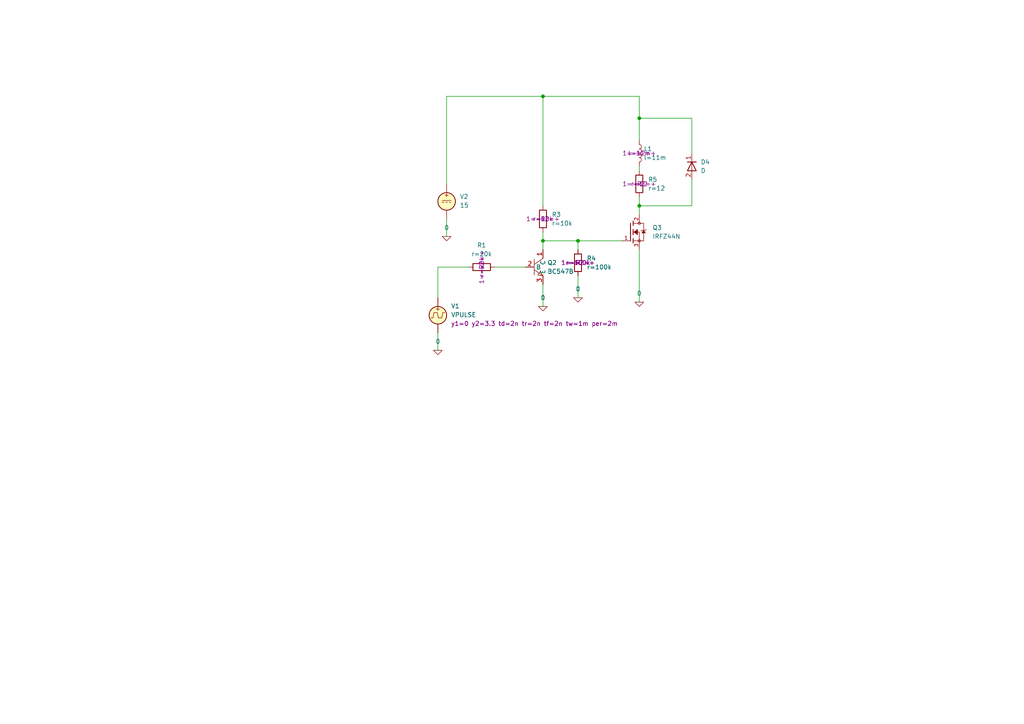
<source format=kicad_sch>
(kicad_sch (version 20250114) (generator "eeschema") (generator_version "9.0")
  (paper "A4")
  (lib_symbols
    (symbol "Device:L" (pin_numbers (hide yes)) (pin_names (offset 1.016) (hide yes))
      (property "Reference" "L" (at -1.27 0 90))
      (property "Value" "L" (at 1.905 0 90))
      (symbol "L_0_1"
        (arc (start 0 2.54) (mid 0.6323 1.905) (end 0 1.27))
        (arc (start 0 1.27) (mid 0.6323 0.635) (end 0 0))
        (arc (start 0 0) (mid 0.6323 -0.635) (end 0 -1.27))
        (arc (start 0 -1.27) (mid 0.6323 -1.905) (end 0 -2.54))
      )
      (symbol "L_1_1"
        (pin passive line (at 0 3.81 270) (length 1.27) (name "1") (number "1"))
        (pin passive line (at 0 -3.81 90) (length 1.27) (name "2") (number "2"))
      )
    )
    (symbol "Device:R" (pin_numbers (hide yes)) (pin_names (offset 0))
      (property "Reference" "R" (at 2.032 0 90))
      (property "Value" "R" (at 0 0 90))
      (symbol "R_0_1"
        (rectangle (start -1.016 -2.54) (end 1.016 2.54) (stroke (width 0.254)))
      )
      (symbol "R_1_1"
        (pin passive line (at 0 3.81 270) (length 1.27) (name "~") (number "1"))
        (pin passive line (at 0 -3.81 90) (length 1.27) (name "~") (number "2"))
      )
    )
    (symbol "EasyEDA:BC547B"
      (property "Reference" "Q" (at 0 10.16 0))
      (property "Value" "BC547B" (at 0 -10.16 0))
      (symbol "BC547B_0_1"
        (polyline (pts (xy -2.54 2.29) (xy -2.54 -2.29)))
        (polyline (pts (xy -2.54 -0.76) (xy 0 -2.54)))
        (polyline (pts (xy 0 2.54) (xy -2.54 0.76)))
        (polyline (pts (xy 0 -2.54) (xy -0.76 -1.27) (xy -1.52 -2.29) (xy 0 -2.54)) (fill (type background)))
        (pin input line (at -5.08 0 0) (length 2.54) (name "B") (number "2"))
        (pin input line (at 0 5.08 270) (length 2.54) (name "C") (number "1"))
        (pin input line (at 0 -5.08 90) (length 2.54) (name "E") (number "3"))
      )
    )
    (symbol "Simulation_SPICE:0" (power) (pin_numbers (hide yes)) (pin_names (offset 0) (hide yes))
      (property "Value" "0" (at 0 -2.54 0))
      (symbol "0_0_1"
        (polyline (pts (xy -1.27 0) (xy 0 -1.27) (xy 1.27 0) (xy -1.27 0)))
      )
      (symbol "0_1_1"
        (pin power_in line (at 0 0 0) (length 0) (name "~") (number "1"))
      )
    )
    (symbol "Simulation_SPICE:D" (pin_names (offset 1.016) (hide yes))
      (property "Reference" "D" (at 0 2.54 0))
      (property "Value" "D" (at 0 -2.54 0))
      (symbol "D_0_1"
        (polyline (pts (xy -1.27 1.27) (xy -1.27 -1.27)) (stroke (width 0.254)))
        (polyline (pts (xy 1.27 1.27) (xy 1.27 -1.27) (xy -1.27 0) (xy 1.27 1.27)) (stroke (width 0.254)))
        (polyline (pts (xy 1.27 0) (xy -1.27 0)))
      )
      (symbol "D_1_1"
        (pin passive line (at -3.81 0 0) (length 2.54) (name "K") (number "1"))
        (pin passive line (at 3.81 0 180) (length 2.54) (name "A") (number "2"))
      )
    )
    (symbol "Simulation_SPICE:VDC" (pin_numbers (hide yes)) (pin_names (offset 0.0254))
      (property "Reference" "V" (at 2.54 2.54 0))
      (property "Value" "1" (at 2.54 0 0))
      (symbol "VDC_0_0"
        (polyline (pts (xy -1.27 0.254) (xy 1.27 0.254)))
        (polyline (pts (xy -0.762 -0.254) (xy -1.27 -0.254)))
        (polyline (pts (xy 0.254 -0.254) (xy -0.254 -0.254)))
        (polyline (pts (xy 1.27 -0.254) (xy 0.762 -0.254)))
        (text "+" (at 0 1.905 0) (effects (font (size 1.27 1.27))))
      )
      (symbol "VDC_0_1"
        (circle (center 0 0) (radius 2.54) (stroke (width 0.254)) (fill (type background)))
      )
      (symbol "VDC_1_1"
        (pin passive line (at 0 5.08 270) (length 2.54) (name "~") (number "1"))
        (pin passive line (at 0 -5.08 90) (length 2.54) (name "~") (number "2"))
      )
    )
    (symbol "Simulation_SPICE:VPULSE" (pin_numbers (hide yes)) (pin_names (offset 0.0254))
      (property "Reference" "V" (at 2.54 2.54 0))
      (property "Value" "VPULSE" (at 2.54 0 0))
      (property "Sim.Params" "y1=0 y2=1 td=2n tr=2n tf=2n tw=50n per=100n" (at 2.54 -2.54 0))
      (symbol "VPULSE_0_0"
        (polyline (pts (xy -2.032 -0.762) (xy -1.397 -0.762) (xy -1.143 0.762) (xy -0.127 0.762) (xy 0.127 -0.762) (xy 1.143 -0.762) (xy 1.397 0.762) (xy 2.032 0.762)))
        (text "+" (at 0 1.905 0) (effects (font (size 1.27 1.27))))
      )
      (symbol "VPULSE_0_1"
        (circle (center 0 0) (radius 2.54) (stroke (width 0.254)) (fill (type background)))
      )
      (symbol "VPULSE_1_1"
        (pin passive line (at 0 5.08 270) (length 2.54) (name "~") (number "1"))
        (pin passive line (at 0 -5.08 90) (length 2.54) (name "~") (number "2"))
      )
    )
    (symbol "ba_thesis:IRFZ44N" (pin_names (offset 1.016))
      (property "Reference" "Q" (at -8.89 2.54 0))
      (property "Value" "IRFZ44N" (at -8.89 -7.62 0))
      (symbol "IRFZ44N_0_0"
        (polyline (pts (xy 0 2.54) (xy 0 -2.54)) (stroke (width 0.254)))
        (polyline (pts (xy 0.762 3.175) (xy 0.762 2.54)) (stroke (width 0.254)))
        (polyline (pts (xy 0.762 2.54) (xy 0.762 1.905)) (stroke (width 0.254)))
        (polyline (pts (xy 0.762 2.54) (xy 3.81 2.54)) (stroke (width 0.1524)))
        (polyline (pts (xy 0.762 0.762) (xy 0.762 0)) (stroke (width 0.254)))
        (polyline (pts (xy 0.762 0) (xy 0.762 -0.762)) (stroke (width 0.254)))
        (polyline (pts (xy 0.762 0) (xy 2.54 0)) (stroke (width 0.1524)))
        (polyline (pts (xy 0.762 -1.905) (xy 0.762 -2.54)) (stroke (width 0.254)))
        (polyline (pts (xy 0.762 -2.54) (xy 0.762 -3.175)) (stroke (width 0.254)))
        (polyline (pts (xy 1.016 0) (xy 2.032 0.762) (xy 2.032 -0.762) (xy 1.016 0)) (stroke (width 0.1524)) (fill (type outline)))
        (circle (center 2.54 2.54) (radius 0.3592))
        (polyline (pts (xy 2.54 0) (xy 2.54 -2.54)) (stroke (width 0.1524)))
        (polyline (pts (xy 2.54 -2.54) (xy 0.762 -2.54)) (stroke (width 0.1524)))
        (polyline (pts (xy 2.54 -2.54) (xy 3.81 -2.54)) (stroke (width 0.1524)))
        (circle (center 2.54 -2.54) (radius 0.3592))
        (polyline (pts (xy 3.302 0.508) (xy 3.048 0.254)) (stroke (width 0.1524)))
        (polyline (pts (xy 3.81 2.54) (xy 3.81 0.508)) (stroke (width 0.1524)))
        (polyline (pts (xy 3.81 0.508) (xy 3.302 0.508)) (stroke (width 0.1524)))
        (polyline (pts (xy 3.81 0.508) (xy 3.81 -2.54)) (stroke (width 0.1524)))
        (polyline (pts (xy 3.81 0.508) (xy 3.302 -0.254) (xy 4.318 -0.254) (xy 3.81 0.508)) (stroke (width 0.1524)) (fill (type outline)))
        (polyline (pts (xy 4.318 0.508) (xy 3.81 0.508)) (stroke (width 0.1524)))
        (polyline (pts (xy 4.572 0.762) (xy 4.318 0.508)) (stroke (width 0.1524)))
        (pin passive line (at -2.54 -2.54 0) (length 2.54) (name "~") (number "1"))
        (pin passive line (at 2.54 5.08 270) (length 2.54) (name "~") (number "2"))
        (pin passive line (at 2.54 -5.08 90) (length 2.54) (name "~") (number "3"))
      )
    )
  )
  (junction (at 167.64 69.85))
  (junction (at 185.42 59.69))
  (junction (at 185.42 34.29))
  (junction (at 157.48 69.85))
  (junction (at 157.48 27.94))
  (wire (pts (xy 185.42 27.94) (xy 185.42 34.29)))
  (wire (pts (xy 200.66 44.45) (xy 200.66 34.29)))
  (wire (pts (xy 127 96.52) (xy 127 101.6)))
  (wire (pts (xy 185.42 59.69) (xy 185.42 62.23)))
  (wire (pts (xy 157.48 27.94) (xy 185.42 27.94)))
  (wire (pts (xy 157.48 82.55) (xy 157.48 88.9)))
  (wire (pts (xy 185.42 59.69) (xy 200.66 59.69)))
  (wire (pts (xy 185.42 72.39) (xy 185.42 87.63)))
  (wire (pts (xy 129.54 63.5) (xy 129.54 68.58)))
  (wire (pts (xy 167.64 69.85) (xy 180.34 69.85)))
  (wire (pts (xy 185.42 34.29) (xy 185.42 40.64)))
  (wire (pts (xy 127 86.36) (xy 127 77.47)))
  (wire (pts (xy 157.48 69.85) (xy 157.48 72.39)))
  (wire (pts (xy 185.42 48.26) (xy 185.42 49.53)))
  (wire (pts (xy 200.66 59.69) (xy 200.66 52.07)))
  (wire (pts (xy 157.48 69.85) (xy 167.64 69.85)))
  (wire (pts (xy 143.51 77.47) (xy 152.4 77.47)))
  (wire (pts (xy 167.64 69.85) (xy 167.64 72.39)))
  (wire (pts (xy 200.66 34.29) (xy 185.42 34.29)))
  (wire (pts (xy 129.54 27.94) (xy 157.48 27.94)))
  (wire (pts (xy 157.48 67.31) (xy 157.48 69.85)))
  (wire (pts (xy 185.42 57.15) (xy 185.42 59.69)))
  (wire (pts (xy 129.54 27.94) (xy 129.54 53.34)))
  (wire (pts (xy 127 77.47) (xy 135.89 77.47)))
  (wire (pts (xy 157.48 27.94) (xy 157.48 59.69)))
  (wire (pts (xy 167.64 80.01) (xy 167.64 86.36)))
  (symbol (lib_id "Simulation_SPICE:VPULSE") (at 127 91.44 0) (unit 1)
    (property "Reference" "V1" (at 130.81 88.7701 0) (effects (justify left)))
    (property "Value" "VPULSE" (at 130.81 91.3101 0) (effects (justify left)))
    (property "Datasheet" "https://ngspice.sourceforge.io/docs/ngspice-html-manual/manual.xhtml#sec_Independent_Sources_for" (effects (hide yes)))
    (property "Description" "Voltage source, pulse" (effects (hide yes)))
    (property "Sim.Pins" "1=+ 2=-" (effects (hide yes)))
    (property "Sim.Type" "PULSE" (effects (hide yes)))
    (property "Sim.Device" "V" (effects (hide yes)))
    (property "Sim.Params" "y1=0 y2=3.3 td=2n tr=2n tf=2n tw=1m per=2m" (at 130.81 93.8501 0) (effects (justify left)))
  )
  (symbol (lib_id "Simulation_SPICE:0") (at 185.42 87.63 0) (unit 1)
    (property "Reference" "#GND04" (effects (hide yes)))
    (property "Value" "0" (at 185.42 85.09 0))
    (property "Datasheet" "https://ngspice.sourceforge.io/docs/ngspice-html-manual/manual.xhtml#subsec_Circuit_elements__device" (effects (hide yes)))
    (property "Description" "0V reference potential for simulation" (effects (hide yes)))
  )
  (symbol (lib_id "Device:L") (at 185.42 44.45 0) (unit 1)
    (property "Reference" "L1" (at 186.69 43.1799 0) (effects (justify left)))
    (property "Value" "${SIM.PARAMS}" (at 186.69 45.7199 0) (effects (justify left)))
    (property "Description" "Inductor" (effects (hide yes)))
    (property "Sim.Device" "L" (at 185.42 44.45 0))
    (property "Sim.Type" "=" (at 185.42 44.45 0))
    (property "Sim.Params" "l=11m" (at 185.42 44.45 0))
    (property "Sim.Pins" "1=- 2=+" (at 185.42 44.45 0))
  )
  (symbol (lib_id "Simulation_SPICE:0") (at 127 101.6 0) (unit 1)
    (property "Reference" "#GND01" (effects (hide yes)))
    (property "Value" "0" (at 127 99.06 0))
    (property "Datasheet" "https://ngspice.sourceforge.io/docs/ngspice-html-manual/manual.xhtml#subsec_Circuit_elements__device" (effects (hide yes)))
    (property "Description" "0V reference potential for simulation" (effects (hide yes)))
  )
  (symbol (lib_id "Simulation_SPICE:VDC") (at 129.54 58.42 0) (unit 1)
    (property "Reference" "V2" (at 133.35 57.0201 0) (effects (justify left)))
    (property "Value" "15" (at 133.35 59.5601 0) (effects (justify left)))
    (property "Datasheet" "https://ngspice.sourceforge.io/docs/ngspice-html-manual/manual.xhtml#sec_Independent_Sources_for" (effects (hide yes)))
    (property "Description" "Voltage source, DC" (effects (hide yes)))
    (property "Sim.Pins" "1=+ 2=-" (effects (hide yes)))
    (property "Sim.Type" "DC" (effects (hide yes)))
    (property "Sim.Device" "V" (effects (hide yes)))
  )
  (symbol (lib_id "Device:R") (at 139.7 77.47 90) (unit 1)
    (property "Reference" "R1" (at 139.7 71.12 90))
    (property "Value" "${SIM.PARAMS}" (at 139.7 73.66 90))
    (property "Description" "Resistor" (effects (hide yes)))
    (property "Sim.Device" "R" (at 139.7 77.47 0))
    (property "Sim.Type" "=" (at 139.7 77.47 0))
    (property "Sim.Params" "r=20k" (at 139.7 77.47 0))
    (property "Sim.Pins" "1=- 2=+" (at 139.7 77.47 0))
  )
  (symbol (lib_id "Simulation_SPICE:D") (at 200.66 48.26 270) (unit 1)
    (property "Reference" "D4" (at 203.2 46.9899 90) (effects (justify left)))
    (property "Value" "D" (at 203.2 49.5299 90) (effects (justify left)))
    (property "Datasheet" "https://ngspice.sourceforge.io/docs/ngspice-html-manual/manual.xhtml#cha_DIODEs" (effects (hide yes)))
    (property "Description" "Diode for simulation or PCB" (effects (hide yes)))
    (property "Sim.Device" "D" (effects (hide yes)))
    (property "Sim.Pins" "1=K 2=A" (effects (hide yes)))
    (property "Sim.Params" "rs=50m cjo=10p" (effects (hide yes)))
  )
  (symbol (lib_id "Simulation_SPICE:0") (at 157.48 88.9 0) (unit 1)
    (property "Reference" "#GND02" (effects (hide yes)))
    (property "Value" "0" (at 157.48 86.36 0))
    (property "Datasheet" "https://ngspice.sourceforge.io/docs/ngspice-html-manual/manual.xhtml#subsec_Circuit_elements__device" (effects (hide yes)))
    (property "Description" "0V reference potential for simulation" (effects (hide yes)))
  )
  (symbol (lib_id "Device:R") (at 167.64 76.2 180) (unit 1)
    (property "Reference" "R4" (at 170.18 74.9299 0) (effects (justify right)))
    (property "Value" "${SIM.PARAMS}" (at 170.18 77.4699 0) (effects (justify right)))
    (property "Description" "Resistor" (effects (hide yes)))
    (property "Sim.Device" "R" (at 167.64 76.2 0))
    (property "Sim.Type" "=" (at 167.64 76.2 0))
    (property "Sim.Params" "r=100k" (at 167.64 76.2 0))
    (property "Sim.Pins" "1=- 2=+" (at 167.64 76.2 0))
  )
  (symbol (lib_id "Device:R") (at 157.48 63.5 0) (unit 1)
    (property "Reference" "R3" (at 160.02 62.2299 0) (effects (justify left)))
    (property "Value" "${SIM.PARAMS}" (at 160.02 64.7699 0) (effects (justify left)))
    (property "Description" "Resistor" (effects (hide yes)))
    (property "Sim.Device" "R" (at 157.48 63.5 0))
    (property "Sim.Type" "=" (at 157.48 63.5 0))
    (property "Sim.Params" "r=10k" (at 157.48 63.5 0))
    (property "Sim.Pins" "1=- 2=+" (at 157.48 63.5 0))
  )
  (symbol (lib_id "Simulation_SPICE:0") (at 129.54 68.58 0) (unit 1)
    (property "Reference" "#GND05" (effects (hide yes)))
    (property "Value" "0" (at 129.54 66.04 0))
    (property "Datasheet" "https://ngspice.sourceforge.io/docs/ngspice-html-manual/manual.xhtml#subsec_Circuit_elements__device" (effects (hide yes)))
    (property "Description" "0V reference potential for simulation" (effects (hide yes)))
  )
  (symbol (lib_id "EasyEDA:BC547B") (at 157.48 77.47 0) (unit 1)
    (property "Reference" "Q2" (at 158.75 76.1999 0) (effects (justify left)))
    (property "Value" "BC547B" (at 158.75 78.7399 0) (effects (justify left)))
    (property "Footprint" "EasyEDA:TO-92-3_L4.9-W3.7-P1.27-L" (effects (hide yes)))
    (property "Datasheet" "https://lcsc.com/product-detail/Transistors-NPN-PNP_LGE-BC547B_C713613.html" (effects (hide yes)))
    (property "LCSC Part" "C713613" (effects (hide yes)))
    (property "Sim.Library" "sim_lib\\BC547B.LIB" (effects (hide yes)))
    (property "Sim.Name" "Qbc547b" (effects (hide yes)))
    (property "Sim.Device" "NPN" (effects (hide yes)))
    (property "Sim.Type" "GUMMELPOON" (effects (hide yes)))
    (property "Sim.Pins" "1=C 2=B 3=E" (effects (hide yes)))
  )
  (symbol (lib_id "Device:R") (at 185.42 53.34 0) (unit 1)
    (property "Reference" "R5" (at 187.96 52.0699 0) (effects (justify left)))
    (property "Value" "${SIM.PARAMS}" (at 187.96 54.6099 0) (effects (justify left)))
    (property "Description" "Resistor" (effects (hide yes)))
    (property "Sim.Device" "R" (at 185.42 53.34 0))
    (property "Sim.Type" "=" (at 185.42 53.34 0))
    (property "Sim.Params" "r=12" (at 185.42 53.34 0))
    (property "Sim.Pins" "1=- 2=+" (at 185.42 53.34 0))
  )
  (symbol (lib_id "Simulation_SPICE:0") (at 167.64 86.36 0) (unit 1)
    (property "Reference" "#GND03" (effects (hide yes)))
    (property "Value" "0" (at 167.64 83.82 0))
    (property "Datasheet" "https://ngspice.sourceforge.io/docs/ngspice-html-manual/manual.xhtml#subsec_Circuit_elements__device" (effects (hide yes)))
    (property "Description" "0V reference potential for simulation" (effects (hide yes)))
  )
  (symbol (lib_id "ba_thesis:IRFZ44N") (at 182.88 67.31 0) (unit 1)
    (property "Reference" "Q3" (at 189.23 66.0399 0) (effects (justify left)))
    (property "Value" "IRFZ44N" (at 189.23 68.5799 0) (effects (justify left)))
    (property "Footprint" "IRFZ44N:TO254P1016X419X2286-3" (effects (hide yes)))
    (property "MF" "Infineon Technologies" (effects (hide yes)))
    (property "MAXIMUM_PACKAGE_HEIGHT" "22.86 mm" (effects (hide yes)))
    (property "Package" "TO-220-3 Infineon" (effects (hide yes)))
    (property "Price" "None" (effects (hide yes)))
    (property "Check_prices" "https://www.snapeda.com/parts/IRFZ44N/Infineon/view-part/?ref=eda" (effects (hide yes)))
    (property "STANDARD" "IPC 7351B" (effects (hide yes)))
    (property "PARTREV" "09/21/10" (effects (hide yes)))
    (property "SnapEDA_Link" "https://www.snapeda.com/parts/IRFZ44N/Infineon/view-part/?ref=snap" (effects (hide yes)))
    (property "MP" "IRFZ44N" (effects (hide yes)))
    (property "Description_1" "\n                        \n                            N-Channel 55 V 49A (Tc) 94W (Tc) Through Hole TO-220AB\n                        \n" (effects (hide yes)))
    (property "SNAPEDA_PN" "IRFZ44N" (effects (hide yes)))
    (property "Availability" "In Stock" (effects (hide yes)))
    (property "MANUFACTURER" "Infineon" (effects (hide yes)))
    (property "Sim.Library" "sim_lib\\irfz44n.lib" (effects (hide yes)))
    (property "Sim.Name" "irfz44n" (effects (hide yes)))
    (property "Sim.Device" "SUBCKT" (effects (hide yes)))
    (property "Sim.Pins" "1=2 2=1 3=3" (effects (hide yes)))
  )
)
</source>
